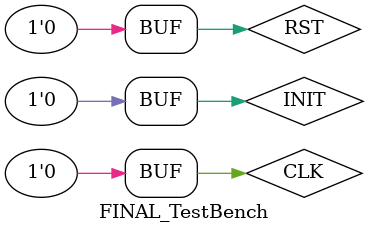
<source format=v>
`timescale 1ns / 1ps


module FINAL_TestBench(

    );
    reg CLK, RST, INIT;
    wire check;
    Unlock_Check UUT(.CLK(CLK), .RST(RST), .INIT(INIT), .check(check));
    
    initial begin
    RST = 1'b1;
    #40;
    RST = 1'b0;
    INIT = 1'b1;
    #20;
    INIT = 1'b0;
    
    end
    
    always begin
    CLK = 1'b1;
    #20;
    
    CLK = 1'b0;
    #20;
    end
endmodule

</source>
